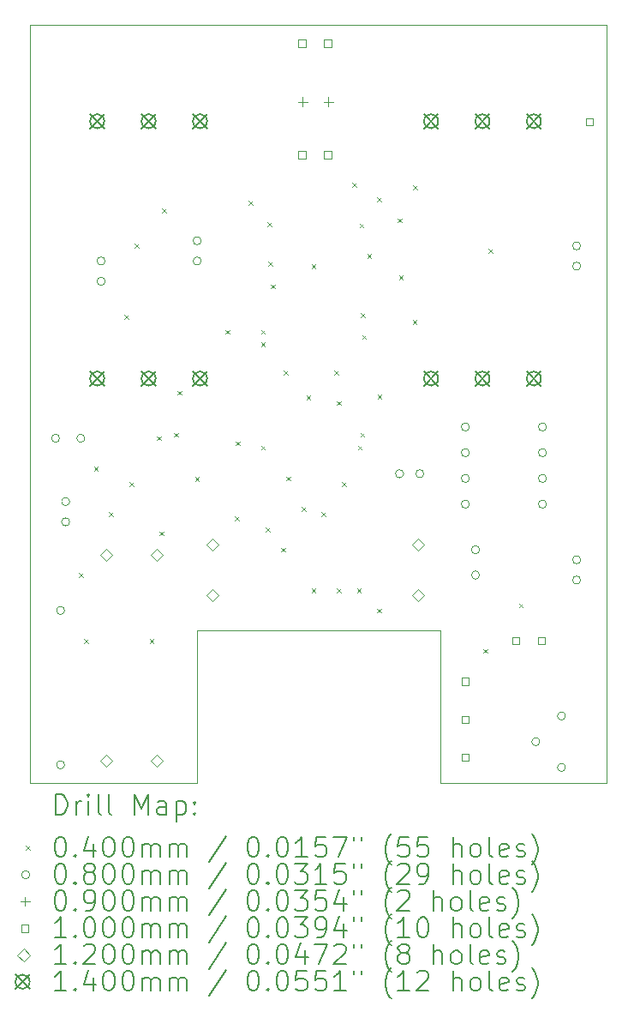
<source format=gbr>
%FSLAX45Y45*%
G04 Gerber Fmt 4.5, Leading zero omitted, Abs format (unit mm)*
G04 Created by KiCad (PCBNEW (6.0.4)) date 2022-04-21 02:31:55*
%MOMM*%
%LPD*%
G01*
G04 APERTURE LIST*
%TA.AperFunction,Profile*%
%ADD10C,0.100000*%
%TD*%
%ADD11C,0.200000*%
%ADD12C,0.040000*%
%ADD13C,0.080000*%
%ADD14C,0.090000*%
%ADD15C,0.100000*%
%ADD16C,0.120000*%
%ADD17C,0.140000*%
G04 APERTURE END LIST*
D10*
X5850000Y-9400000D02*
X3450000Y-9400000D01*
X1800000Y-10900000D02*
X1800000Y-3420000D01*
X7500000Y-3420000D02*
X7500000Y-10900000D01*
X1800000Y-3420000D02*
X7500000Y-3420000D01*
X1800000Y-10900000D02*
X3450000Y-10900000D01*
X3450000Y-10900000D02*
X3450000Y-9400000D01*
X5850000Y-10900000D02*
X5850000Y-9400000D01*
X7500000Y-10900000D02*
X5850000Y-10900000D01*
D11*
D12*
X2280000Y-8830000D02*
X2320000Y-8870000D01*
X2320000Y-8830000D02*
X2280000Y-8870000D01*
X2330000Y-9480000D02*
X2370000Y-9520000D01*
X2370000Y-9480000D02*
X2330000Y-9520000D01*
X2430000Y-7780000D02*
X2470000Y-7820000D01*
X2470000Y-7780000D02*
X2430000Y-7820000D01*
X2580000Y-8230000D02*
X2620000Y-8270000D01*
X2620000Y-8230000D02*
X2580000Y-8270000D01*
X2730000Y-6280000D02*
X2770000Y-6320000D01*
X2770000Y-6280000D02*
X2730000Y-6320000D01*
X2780000Y-7930000D02*
X2820000Y-7970000D01*
X2820000Y-7930000D02*
X2780000Y-7970000D01*
X2830000Y-5580000D02*
X2870000Y-5620000D01*
X2870000Y-5580000D02*
X2830000Y-5620000D01*
X2980000Y-9480000D02*
X3020000Y-9520000D01*
X3020000Y-9480000D02*
X2980000Y-9520000D01*
X3050000Y-7480000D02*
X3090000Y-7520000D01*
X3090000Y-7480000D02*
X3050000Y-7520000D01*
X3080000Y-8420000D02*
X3120000Y-8460000D01*
X3120000Y-8420000D02*
X3080000Y-8460000D01*
X3105000Y-5230000D02*
X3145000Y-5270000D01*
X3145000Y-5230000D02*
X3105000Y-5270000D01*
X3220000Y-7445912D02*
X3260000Y-7485912D01*
X3260000Y-7445912D02*
X3220000Y-7485912D01*
X3255000Y-7030000D02*
X3295000Y-7070000D01*
X3295000Y-7030000D02*
X3255000Y-7070000D01*
X3430000Y-7880000D02*
X3470000Y-7920000D01*
X3470000Y-7880000D02*
X3430000Y-7920000D01*
X3730000Y-6430000D02*
X3770000Y-6470000D01*
X3770000Y-6430000D02*
X3730000Y-6470000D01*
X3819954Y-8269954D02*
X3859954Y-8309954D01*
X3859954Y-8269954D02*
X3819954Y-8309954D01*
X3830000Y-7530000D02*
X3870000Y-7570000D01*
X3870000Y-7530000D02*
X3830000Y-7570000D01*
X3955000Y-5155000D02*
X3995000Y-5195000D01*
X3995000Y-5155000D02*
X3955000Y-5195000D01*
X4080000Y-6430000D02*
X4120000Y-6470000D01*
X4120000Y-6430000D02*
X4080000Y-6470000D01*
X4080000Y-6555000D02*
X4120000Y-6595000D01*
X4120000Y-6555000D02*
X4080000Y-6595000D01*
X4080000Y-7573500D02*
X4120000Y-7613500D01*
X4120000Y-7573500D02*
X4080000Y-7613500D01*
X4130000Y-8380000D02*
X4170000Y-8420000D01*
X4170000Y-8380000D02*
X4130000Y-8420000D01*
X4143500Y-5366500D02*
X4183500Y-5406500D01*
X4183500Y-5366500D02*
X4143500Y-5406500D01*
X4155000Y-5755000D02*
X4195000Y-5795000D01*
X4195000Y-5755000D02*
X4155000Y-5795000D01*
X4180000Y-5980000D02*
X4220000Y-6020000D01*
X4220000Y-5980000D02*
X4180000Y-6020000D01*
X4280000Y-8580000D02*
X4320000Y-8620000D01*
X4320000Y-8580000D02*
X4280000Y-8620000D01*
X4305000Y-6830000D02*
X4345000Y-6870000D01*
X4345000Y-6830000D02*
X4305000Y-6870000D01*
X4332500Y-7877500D02*
X4372500Y-7917500D01*
X4372500Y-7877500D02*
X4332500Y-7917500D01*
X4480000Y-8180000D02*
X4520000Y-8220000D01*
X4520000Y-8180000D02*
X4480000Y-8220000D01*
X4530000Y-7080000D02*
X4570000Y-7120000D01*
X4570000Y-7080000D02*
X4530000Y-7120000D01*
X4580000Y-5780000D02*
X4620000Y-5820000D01*
X4620000Y-5780000D02*
X4580000Y-5820000D01*
X4580000Y-8980000D02*
X4620000Y-9020000D01*
X4620000Y-8980000D02*
X4580000Y-9020000D01*
X4680000Y-8230000D02*
X4720000Y-8270000D01*
X4720000Y-8230000D02*
X4680000Y-8270000D01*
X4805000Y-6830000D02*
X4845000Y-6870000D01*
X4845000Y-6830000D02*
X4805000Y-6870000D01*
X4827500Y-7132500D02*
X4867500Y-7172500D01*
X4867500Y-7132500D02*
X4827500Y-7172500D01*
X4830000Y-8980000D02*
X4870000Y-9020000D01*
X4870000Y-8980000D02*
X4830000Y-9020000D01*
X4880000Y-7930000D02*
X4920000Y-7970000D01*
X4920000Y-7930000D02*
X4880000Y-7970000D01*
X4980000Y-4980000D02*
X5020000Y-5020000D01*
X5020000Y-4980000D02*
X4980000Y-5020000D01*
X5030000Y-8980000D02*
X5070000Y-9020000D01*
X5070000Y-8980000D02*
X5030000Y-9020000D01*
X5036500Y-7573500D02*
X5076500Y-7613500D01*
X5076500Y-7573500D02*
X5036500Y-7613500D01*
X5055000Y-5380000D02*
X5095000Y-5420000D01*
X5095000Y-5380000D02*
X5055000Y-5420000D01*
X5063500Y-7446500D02*
X5103500Y-7486500D01*
X5103500Y-7446500D02*
X5063500Y-7486500D01*
X5065084Y-6265084D02*
X5105084Y-6305084D01*
X5105084Y-6265084D02*
X5065084Y-6305084D01*
X5080000Y-6480000D02*
X5120000Y-6520000D01*
X5120000Y-6480000D02*
X5080000Y-6520000D01*
X5130000Y-5680000D02*
X5170000Y-5720000D01*
X5170000Y-5680000D02*
X5130000Y-5720000D01*
X5227500Y-9182500D02*
X5267500Y-9222500D01*
X5267500Y-9182500D02*
X5227500Y-9222500D01*
X5230000Y-5120000D02*
X5270000Y-5160000D01*
X5270000Y-5120000D02*
X5230000Y-5160000D01*
X5232951Y-7067499D02*
X5272951Y-7107499D01*
X5272951Y-7067499D02*
X5232951Y-7107499D01*
X5430000Y-5330000D02*
X5470000Y-5370000D01*
X5470000Y-5330000D02*
X5430000Y-5370000D01*
X5444836Y-5895164D02*
X5484836Y-5935164D01*
X5484836Y-5895164D02*
X5444836Y-5935164D01*
X5580000Y-6330000D02*
X5620000Y-6370000D01*
X5620000Y-6330000D02*
X5580000Y-6370000D01*
X5585000Y-5005000D02*
X5625000Y-5045000D01*
X5625000Y-5005000D02*
X5585000Y-5045000D01*
X6280000Y-9580000D02*
X6320000Y-9620000D01*
X6320000Y-9580000D02*
X6280000Y-9620000D01*
X6330000Y-5630000D02*
X6370000Y-5670000D01*
X6370000Y-5630000D02*
X6330000Y-5670000D01*
X6630000Y-9130000D02*
X6670000Y-9170000D01*
X6670000Y-9130000D02*
X6630000Y-9170000D01*
D13*
X2090000Y-7500000D02*
G75*
G03*
X2090000Y-7500000I-40000J0D01*
G01*
X2140000Y-9200000D02*
G75*
G03*
X2140000Y-9200000I-40000J0D01*
G01*
X2140000Y-10724000D02*
G75*
G03*
X2140000Y-10724000I-40000J0D01*
G01*
X2190000Y-8125000D02*
G75*
G03*
X2190000Y-8125000I-40000J0D01*
G01*
X2190000Y-8325000D02*
G75*
G03*
X2190000Y-8325000I-40000J0D01*
G01*
X2340000Y-7500000D02*
G75*
G03*
X2340000Y-7500000I-40000J0D01*
G01*
X2540000Y-5750000D02*
G75*
G03*
X2540000Y-5750000I-40000J0D01*
G01*
X2540000Y-5950000D02*
G75*
G03*
X2540000Y-5950000I-40000J0D01*
G01*
X3490000Y-5550000D02*
G75*
G03*
X3490000Y-5550000I-40000J0D01*
G01*
X3490000Y-5750000D02*
G75*
G03*
X3490000Y-5750000I-40000J0D01*
G01*
X5490000Y-7850000D02*
G75*
G03*
X5490000Y-7850000I-40000J0D01*
G01*
X5690000Y-7850000D02*
G75*
G03*
X5690000Y-7850000I-40000J0D01*
G01*
X6140000Y-7388000D02*
G75*
G03*
X6140000Y-7388000I-40000J0D01*
G01*
X6140000Y-7642000D02*
G75*
G03*
X6140000Y-7642000I-40000J0D01*
G01*
X6140000Y-7896000D02*
G75*
G03*
X6140000Y-7896000I-40000J0D01*
G01*
X6140000Y-8150000D02*
G75*
G03*
X6140000Y-8150000I-40000J0D01*
G01*
X6240000Y-8600000D02*
G75*
G03*
X6240000Y-8600000I-40000J0D01*
G01*
X6240000Y-8850000D02*
G75*
G03*
X6240000Y-8850000I-40000J0D01*
G01*
X6836000Y-10496000D02*
G75*
G03*
X6836000Y-10496000I-40000J0D01*
G01*
X6902000Y-7388000D02*
G75*
G03*
X6902000Y-7388000I-40000J0D01*
G01*
X6902000Y-7642000D02*
G75*
G03*
X6902000Y-7642000I-40000J0D01*
G01*
X6902000Y-7896000D02*
G75*
G03*
X6902000Y-7896000I-40000J0D01*
G01*
X6902000Y-8150000D02*
G75*
G03*
X6902000Y-8150000I-40000J0D01*
G01*
X7090000Y-10242000D02*
G75*
G03*
X7090000Y-10242000I-40000J0D01*
G01*
X7090000Y-10750000D02*
G75*
G03*
X7090000Y-10750000I-40000J0D01*
G01*
X7240000Y-5600000D02*
G75*
G03*
X7240000Y-5600000I-40000J0D01*
G01*
X7240000Y-5800000D02*
G75*
G03*
X7240000Y-5800000I-40000J0D01*
G01*
X7240000Y-8700000D02*
G75*
G03*
X7240000Y-8700000I-40000J0D01*
G01*
X7240000Y-8900000D02*
G75*
G03*
X7240000Y-8900000I-40000J0D01*
G01*
D14*
X4493000Y-4134000D02*
X4493000Y-4224000D01*
X4448000Y-4179000D02*
X4538000Y-4179000D01*
X4747000Y-4134000D02*
X4747000Y-4224000D01*
X4702000Y-4179000D02*
X4792000Y-4179000D01*
D15*
X4521356Y-3635356D02*
X4521356Y-3564644D01*
X4450644Y-3564644D01*
X4450644Y-3635356D01*
X4521356Y-3635356D01*
X4521356Y-4735356D02*
X4521356Y-4664644D01*
X4450644Y-4664644D01*
X4450644Y-4735356D01*
X4521356Y-4735356D01*
X4775356Y-3635356D02*
X4775356Y-3564644D01*
X4704644Y-3564644D01*
X4704644Y-3635356D01*
X4775356Y-3635356D01*
X4775356Y-4735356D02*
X4775356Y-4664644D01*
X4704644Y-4664644D01*
X4704644Y-4735356D01*
X4775356Y-4735356D01*
X6135356Y-9935356D02*
X6135356Y-9864644D01*
X6064644Y-9864644D01*
X6064644Y-9935356D01*
X6135356Y-9935356D01*
X6135356Y-10310356D02*
X6135356Y-10239644D01*
X6064644Y-10239644D01*
X6064644Y-10310356D01*
X6135356Y-10310356D01*
X6135356Y-10685356D02*
X6135356Y-10614644D01*
X6064644Y-10614644D01*
X6064644Y-10685356D01*
X6135356Y-10685356D01*
X6631356Y-9535356D02*
X6631356Y-9464644D01*
X6560644Y-9464644D01*
X6560644Y-9535356D01*
X6631356Y-9535356D01*
X6885356Y-9535356D02*
X6885356Y-9464644D01*
X6814644Y-9464644D01*
X6814644Y-9535356D01*
X6885356Y-9535356D01*
X7360356Y-4410356D02*
X7360356Y-4339644D01*
X7289644Y-4339644D01*
X7289644Y-4410356D01*
X7360356Y-4410356D01*
D16*
X2550000Y-8710000D02*
X2610000Y-8650000D01*
X2550000Y-8590000D01*
X2490000Y-8650000D01*
X2550000Y-8710000D01*
X2550000Y-10742000D02*
X2610000Y-10682000D01*
X2550000Y-10622000D01*
X2490000Y-10682000D01*
X2550000Y-10742000D01*
X3050000Y-8710000D02*
X3110000Y-8650000D01*
X3050000Y-8590000D01*
X2990000Y-8650000D01*
X3050000Y-8710000D01*
X3050000Y-10742000D02*
X3110000Y-10682000D01*
X3050000Y-10622000D01*
X2990000Y-10682000D01*
X3050000Y-10742000D01*
X3600000Y-8610000D02*
X3660000Y-8550000D01*
X3600000Y-8490000D01*
X3540000Y-8550000D01*
X3600000Y-8610000D01*
X3600000Y-9110000D02*
X3660000Y-9050000D01*
X3600000Y-8990000D01*
X3540000Y-9050000D01*
X3600000Y-9110000D01*
X5632000Y-8610000D02*
X5692000Y-8550000D01*
X5632000Y-8490000D01*
X5572000Y-8550000D01*
X5632000Y-8610000D01*
X5632000Y-9110000D02*
X5692000Y-9050000D01*
X5632000Y-8990000D01*
X5572000Y-9050000D01*
X5632000Y-9110000D01*
D17*
X2392000Y-4300000D02*
X2532000Y-4440000D01*
X2532000Y-4300000D02*
X2392000Y-4440000D01*
X2532000Y-4370000D02*
G75*
G03*
X2532000Y-4370000I-70000J0D01*
G01*
X2392000Y-6840000D02*
X2532000Y-6980000D01*
X2532000Y-6840000D02*
X2392000Y-6980000D01*
X2532000Y-6910000D02*
G75*
G03*
X2532000Y-6910000I-70000J0D01*
G01*
X2900000Y-4300000D02*
X3040000Y-4440000D01*
X3040000Y-4300000D02*
X2900000Y-4440000D01*
X3040000Y-4370000D02*
G75*
G03*
X3040000Y-4370000I-70000J0D01*
G01*
X2900000Y-6840000D02*
X3040000Y-6980000D01*
X3040000Y-6840000D02*
X2900000Y-6980000D01*
X3040000Y-6910000D02*
G75*
G03*
X3040000Y-6910000I-70000J0D01*
G01*
X3408000Y-4300000D02*
X3548000Y-4440000D01*
X3548000Y-4300000D02*
X3408000Y-4440000D01*
X3548000Y-4370000D02*
G75*
G03*
X3548000Y-4370000I-70000J0D01*
G01*
X3408000Y-6840000D02*
X3548000Y-6980000D01*
X3548000Y-6840000D02*
X3408000Y-6980000D01*
X3548000Y-6910000D02*
G75*
G03*
X3548000Y-6910000I-70000J0D01*
G01*
X5692000Y-4300000D02*
X5832000Y-4440000D01*
X5832000Y-4300000D02*
X5692000Y-4440000D01*
X5832000Y-4370000D02*
G75*
G03*
X5832000Y-4370000I-70000J0D01*
G01*
X5692000Y-6840000D02*
X5832000Y-6980000D01*
X5832000Y-6840000D02*
X5692000Y-6980000D01*
X5832000Y-6910000D02*
G75*
G03*
X5832000Y-6910000I-70000J0D01*
G01*
X6200000Y-4300000D02*
X6340000Y-4440000D01*
X6340000Y-4300000D02*
X6200000Y-4440000D01*
X6340000Y-4370000D02*
G75*
G03*
X6340000Y-4370000I-70000J0D01*
G01*
X6200000Y-6840000D02*
X6340000Y-6980000D01*
X6340000Y-6840000D02*
X6200000Y-6980000D01*
X6340000Y-6910000D02*
G75*
G03*
X6340000Y-6910000I-70000J0D01*
G01*
X6708000Y-4300000D02*
X6848000Y-4440000D01*
X6848000Y-4300000D02*
X6708000Y-4440000D01*
X6848000Y-4370000D02*
G75*
G03*
X6848000Y-4370000I-70000J0D01*
G01*
X6708000Y-6840000D02*
X6848000Y-6980000D01*
X6848000Y-6840000D02*
X6708000Y-6980000D01*
X6848000Y-6910000D02*
G75*
G03*
X6848000Y-6910000I-70000J0D01*
G01*
D11*
X2052619Y-11215476D02*
X2052619Y-11015476D01*
X2100238Y-11015476D01*
X2128810Y-11025000D01*
X2147857Y-11044048D01*
X2157381Y-11063095D01*
X2166905Y-11101190D01*
X2166905Y-11129762D01*
X2157381Y-11167857D01*
X2147857Y-11186905D01*
X2128810Y-11205952D01*
X2100238Y-11215476D01*
X2052619Y-11215476D01*
X2252619Y-11215476D02*
X2252619Y-11082143D01*
X2252619Y-11120238D02*
X2262143Y-11101190D01*
X2271667Y-11091667D01*
X2290714Y-11082143D01*
X2309762Y-11082143D01*
X2376429Y-11215476D02*
X2376429Y-11082143D01*
X2376429Y-11015476D02*
X2366905Y-11025000D01*
X2376429Y-11034524D01*
X2385952Y-11025000D01*
X2376429Y-11015476D01*
X2376429Y-11034524D01*
X2500238Y-11215476D02*
X2481190Y-11205952D01*
X2471667Y-11186905D01*
X2471667Y-11015476D01*
X2605000Y-11215476D02*
X2585952Y-11205952D01*
X2576429Y-11186905D01*
X2576429Y-11015476D01*
X2833571Y-11215476D02*
X2833571Y-11015476D01*
X2900238Y-11158333D01*
X2966905Y-11015476D01*
X2966905Y-11215476D01*
X3147857Y-11215476D02*
X3147857Y-11110714D01*
X3138333Y-11091667D01*
X3119286Y-11082143D01*
X3081190Y-11082143D01*
X3062143Y-11091667D01*
X3147857Y-11205952D02*
X3128809Y-11215476D01*
X3081190Y-11215476D01*
X3062143Y-11205952D01*
X3052619Y-11186905D01*
X3052619Y-11167857D01*
X3062143Y-11148810D01*
X3081190Y-11139286D01*
X3128809Y-11139286D01*
X3147857Y-11129762D01*
X3243095Y-11082143D02*
X3243095Y-11282143D01*
X3243095Y-11091667D02*
X3262143Y-11082143D01*
X3300238Y-11082143D01*
X3319286Y-11091667D01*
X3328809Y-11101190D01*
X3338333Y-11120238D01*
X3338333Y-11177381D01*
X3328809Y-11196428D01*
X3319286Y-11205952D01*
X3300238Y-11215476D01*
X3262143Y-11215476D01*
X3243095Y-11205952D01*
X3424048Y-11196428D02*
X3433571Y-11205952D01*
X3424048Y-11215476D01*
X3414524Y-11205952D01*
X3424048Y-11196428D01*
X3424048Y-11215476D01*
X3424048Y-11091667D02*
X3433571Y-11101190D01*
X3424048Y-11110714D01*
X3414524Y-11101190D01*
X3424048Y-11091667D01*
X3424048Y-11110714D01*
D12*
X1755000Y-11525000D02*
X1795000Y-11565000D01*
X1795000Y-11525000D02*
X1755000Y-11565000D01*
D11*
X2090714Y-11435476D02*
X2109762Y-11435476D01*
X2128810Y-11445000D01*
X2138333Y-11454524D01*
X2147857Y-11473571D01*
X2157381Y-11511667D01*
X2157381Y-11559286D01*
X2147857Y-11597381D01*
X2138333Y-11616428D01*
X2128810Y-11625952D01*
X2109762Y-11635476D01*
X2090714Y-11635476D01*
X2071667Y-11625952D01*
X2062143Y-11616428D01*
X2052619Y-11597381D01*
X2043095Y-11559286D01*
X2043095Y-11511667D01*
X2052619Y-11473571D01*
X2062143Y-11454524D01*
X2071667Y-11445000D01*
X2090714Y-11435476D01*
X2243095Y-11616428D02*
X2252619Y-11625952D01*
X2243095Y-11635476D01*
X2233571Y-11625952D01*
X2243095Y-11616428D01*
X2243095Y-11635476D01*
X2424048Y-11502143D02*
X2424048Y-11635476D01*
X2376429Y-11425952D02*
X2328810Y-11568809D01*
X2452619Y-11568809D01*
X2566905Y-11435476D02*
X2585952Y-11435476D01*
X2605000Y-11445000D01*
X2614524Y-11454524D01*
X2624048Y-11473571D01*
X2633571Y-11511667D01*
X2633571Y-11559286D01*
X2624048Y-11597381D01*
X2614524Y-11616428D01*
X2605000Y-11625952D01*
X2585952Y-11635476D01*
X2566905Y-11635476D01*
X2547857Y-11625952D01*
X2538333Y-11616428D01*
X2528810Y-11597381D01*
X2519286Y-11559286D01*
X2519286Y-11511667D01*
X2528810Y-11473571D01*
X2538333Y-11454524D01*
X2547857Y-11445000D01*
X2566905Y-11435476D01*
X2757381Y-11435476D02*
X2776429Y-11435476D01*
X2795476Y-11445000D01*
X2805000Y-11454524D01*
X2814524Y-11473571D01*
X2824048Y-11511667D01*
X2824048Y-11559286D01*
X2814524Y-11597381D01*
X2805000Y-11616428D01*
X2795476Y-11625952D01*
X2776429Y-11635476D01*
X2757381Y-11635476D01*
X2738333Y-11625952D01*
X2728810Y-11616428D01*
X2719286Y-11597381D01*
X2709762Y-11559286D01*
X2709762Y-11511667D01*
X2719286Y-11473571D01*
X2728810Y-11454524D01*
X2738333Y-11445000D01*
X2757381Y-11435476D01*
X2909762Y-11635476D02*
X2909762Y-11502143D01*
X2909762Y-11521190D02*
X2919286Y-11511667D01*
X2938333Y-11502143D01*
X2966905Y-11502143D01*
X2985952Y-11511667D01*
X2995476Y-11530714D01*
X2995476Y-11635476D01*
X2995476Y-11530714D02*
X3005000Y-11511667D01*
X3024048Y-11502143D01*
X3052619Y-11502143D01*
X3071667Y-11511667D01*
X3081190Y-11530714D01*
X3081190Y-11635476D01*
X3176428Y-11635476D02*
X3176428Y-11502143D01*
X3176428Y-11521190D02*
X3185952Y-11511667D01*
X3205000Y-11502143D01*
X3233571Y-11502143D01*
X3252619Y-11511667D01*
X3262143Y-11530714D01*
X3262143Y-11635476D01*
X3262143Y-11530714D02*
X3271667Y-11511667D01*
X3290714Y-11502143D01*
X3319286Y-11502143D01*
X3338333Y-11511667D01*
X3347857Y-11530714D01*
X3347857Y-11635476D01*
X3738333Y-11425952D02*
X3566905Y-11683095D01*
X3995476Y-11435476D02*
X4014524Y-11435476D01*
X4033571Y-11445000D01*
X4043095Y-11454524D01*
X4052619Y-11473571D01*
X4062143Y-11511667D01*
X4062143Y-11559286D01*
X4052619Y-11597381D01*
X4043095Y-11616428D01*
X4033571Y-11625952D01*
X4014524Y-11635476D01*
X3995476Y-11635476D01*
X3976428Y-11625952D01*
X3966905Y-11616428D01*
X3957381Y-11597381D01*
X3947857Y-11559286D01*
X3947857Y-11511667D01*
X3957381Y-11473571D01*
X3966905Y-11454524D01*
X3976428Y-11445000D01*
X3995476Y-11435476D01*
X4147857Y-11616428D02*
X4157381Y-11625952D01*
X4147857Y-11635476D01*
X4138333Y-11625952D01*
X4147857Y-11616428D01*
X4147857Y-11635476D01*
X4281190Y-11435476D02*
X4300238Y-11435476D01*
X4319286Y-11445000D01*
X4328810Y-11454524D01*
X4338333Y-11473571D01*
X4347857Y-11511667D01*
X4347857Y-11559286D01*
X4338333Y-11597381D01*
X4328810Y-11616428D01*
X4319286Y-11625952D01*
X4300238Y-11635476D01*
X4281190Y-11635476D01*
X4262143Y-11625952D01*
X4252619Y-11616428D01*
X4243095Y-11597381D01*
X4233571Y-11559286D01*
X4233571Y-11511667D01*
X4243095Y-11473571D01*
X4252619Y-11454524D01*
X4262143Y-11445000D01*
X4281190Y-11435476D01*
X4538333Y-11635476D02*
X4424048Y-11635476D01*
X4481190Y-11635476D02*
X4481190Y-11435476D01*
X4462143Y-11464048D01*
X4443095Y-11483095D01*
X4424048Y-11492619D01*
X4719286Y-11435476D02*
X4624048Y-11435476D01*
X4614524Y-11530714D01*
X4624048Y-11521190D01*
X4643095Y-11511667D01*
X4690714Y-11511667D01*
X4709762Y-11521190D01*
X4719286Y-11530714D01*
X4728810Y-11549762D01*
X4728810Y-11597381D01*
X4719286Y-11616428D01*
X4709762Y-11625952D01*
X4690714Y-11635476D01*
X4643095Y-11635476D01*
X4624048Y-11625952D01*
X4614524Y-11616428D01*
X4795476Y-11435476D02*
X4928810Y-11435476D01*
X4843095Y-11635476D01*
X4995476Y-11435476D02*
X4995476Y-11473571D01*
X5071667Y-11435476D02*
X5071667Y-11473571D01*
X5366905Y-11711667D02*
X5357381Y-11702143D01*
X5338333Y-11673571D01*
X5328810Y-11654524D01*
X5319286Y-11625952D01*
X5309762Y-11578333D01*
X5309762Y-11540238D01*
X5319286Y-11492619D01*
X5328810Y-11464048D01*
X5338333Y-11445000D01*
X5357381Y-11416428D01*
X5366905Y-11406905D01*
X5538333Y-11435476D02*
X5443095Y-11435476D01*
X5433571Y-11530714D01*
X5443095Y-11521190D01*
X5462143Y-11511667D01*
X5509762Y-11511667D01*
X5528810Y-11521190D01*
X5538333Y-11530714D01*
X5547857Y-11549762D01*
X5547857Y-11597381D01*
X5538333Y-11616428D01*
X5528810Y-11625952D01*
X5509762Y-11635476D01*
X5462143Y-11635476D01*
X5443095Y-11625952D01*
X5433571Y-11616428D01*
X5728809Y-11435476D02*
X5633571Y-11435476D01*
X5624048Y-11530714D01*
X5633571Y-11521190D01*
X5652619Y-11511667D01*
X5700238Y-11511667D01*
X5719286Y-11521190D01*
X5728809Y-11530714D01*
X5738333Y-11549762D01*
X5738333Y-11597381D01*
X5728809Y-11616428D01*
X5719286Y-11625952D01*
X5700238Y-11635476D01*
X5652619Y-11635476D01*
X5633571Y-11625952D01*
X5624048Y-11616428D01*
X5976428Y-11635476D02*
X5976428Y-11435476D01*
X6062143Y-11635476D02*
X6062143Y-11530714D01*
X6052619Y-11511667D01*
X6033571Y-11502143D01*
X6005000Y-11502143D01*
X5985952Y-11511667D01*
X5976428Y-11521190D01*
X6185952Y-11635476D02*
X6166905Y-11625952D01*
X6157381Y-11616428D01*
X6147857Y-11597381D01*
X6147857Y-11540238D01*
X6157381Y-11521190D01*
X6166905Y-11511667D01*
X6185952Y-11502143D01*
X6214524Y-11502143D01*
X6233571Y-11511667D01*
X6243095Y-11521190D01*
X6252619Y-11540238D01*
X6252619Y-11597381D01*
X6243095Y-11616428D01*
X6233571Y-11625952D01*
X6214524Y-11635476D01*
X6185952Y-11635476D01*
X6366905Y-11635476D02*
X6347857Y-11625952D01*
X6338333Y-11606905D01*
X6338333Y-11435476D01*
X6519286Y-11625952D02*
X6500238Y-11635476D01*
X6462143Y-11635476D01*
X6443095Y-11625952D01*
X6433571Y-11606905D01*
X6433571Y-11530714D01*
X6443095Y-11511667D01*
X6462143Y-11502143D01*
X6500238Y-11502143D01*
X6519286Y-11511667D01*
X6528809Y-11530714D01*
X6528809Y-11549762D01*
X6433571Y-11568809D01*
X6605000Y-11625952D02*
X6624048Y-11635476D01*
X6662143Y-11635476D01*
X6681190Y-11625952D01*
X6690714Y-11606905D01*
X6690714Y-11597381D01*
X6681190Y-11578333D01*
X6662143Y-11568809D01*
X6633571Y-11568809D01*
X6614524Y-11559286D01*
X6605000Y-11540238D01*
X6605000Y-11530714D01*
X6614524Y-11511667D01*
X6633571Y-11502143D01*
X6662143Y-11502143D01*
X6681190Y-11511667D01*
X6757381Y-11711667D02*
X6766905Y-11702143D01*
X6785952Y-11673571D01*
X6795476Y-11654524D01*
X6805000Y-11625952D01*
X6814524Y-11578333D01*
X6814524Y-11540238D01*
X6805000Y-11492619D01*
X6795476Y-11464048D01*
X6785952Y-11445000D01*
X6766905Y-11416428D01*
X6757381Y-11406905D01*
D13*
X1795000Y-11809000D02*
G75*
G03*
X1795000Y-11809000I-40000J0D01*
G01*
D11*
X2090714Y-11699476D02*
X2109762Y-11699476D01*
X2128810Y-11709000D01*
X2138333Y-11718524D01*
X2147857Y-11737571D01*
X2157381Y-11775667D01*
X2157381Y-11823286D01*
X2147857Y-11861381D01*
X2138333Y-11880428D01*
X2128810Y-11889952D01*
X2109762Y-11899476D01*
X2090714Y-11899476D01*
X2071667Y-11889952D01*
X2062143Y-11880428D01*
X2052619Y-11861381D01*
X2043095Y-11823286D01*
X2043095Y-11775667D01*
X2052619Y-11737571D01*
X2062143Y-11718524D01*
X2071667Y-11709000D01*
X2090714Y-11699476D01*
X2243095Y-11880428D02*
X2252619Y-11889952D01*
X2243095Y-11899476D01*
X2233571Y-11889952D01*
X2243095Y-11880428D01*
X2243095Y-11899476D01*
X2366905Y-11785190D02*
X2347857Y-11775667D01*
X2338333Y-11766143D01*
X2328810Y-11747095D01*
X2328810Y-11737571D01*
X2338333Y-11718524D01*
X2347857Y-11709000D01*
X2366905Y-11699476D01*
X2405000Y-11699476D01*
X2424048Y-11709000D01*
X2433571Y-11718524D01*
X2443095Y-11737571D01*
X2443095Y-11747095D01*
X2433571Y-11766143D01*
X2424048Y-11775667D01*
X2405000Y-11785190D01*
X2366905Y-11785190D01*
X2347857Y-11794714D01*
X2338333Y-11804238D01*
X2328810Y-11823286D01*
X2328810Y-11861381D01*
X2338333Y-11880428D01*
X2347857Y-11889952D01*
X2366905Y-11899476D01*
X2405000Y-11899476D01*
X2424048Y-11889952D01*
X2433571Y-11880428D01*
X2443095Y-11861381D01*
X2443095Y-11823286D01*
X2433571Y-11804238D01*
X2424048Y-11794714D01*
X2405000Y-11785190D01*
X2566905Y-11699476D02*
X2585952Y-11699476D01*
X2605000Y-11709000D01*
X2614524Y-11718524D01*
X2624048Y-11737571D01*
X2633571Y-11775667D01*
X2633571Y-11823286D01*
X2624048Y-11861381D01*
X2614524Y-11880428D01*
X2605000Y-11889952D01*
X2585952Y-11899476D01*
X2566905Y-11899476D01*
X2547857Y-11889952D01*
X2538333Y-11880428D01*
X2528810Y-11861381D01*
X2519286Y-11823286D01*
X2519286Y-11775667D01*
X2528810Y-11737571D01*
X2538333Y-11718524D01*
X2547857Y-11709000D01*
X2566905Y-11699476D01*
X2757381Y-11699476D02*
X2776429Y-11699476D01*
X2795476Y-11709000D01*
X2805000Y-11718524D01*
X2814524Y-11737571D01*
X2824048Y-11775667D01*
X2824048Y-11823286D01*
X2814524Y-11861381D01*
X2805000Y-11880428D01*
X2795476Y-11889952D01*
X2776429Y-11899476D01*
X2757381Y-11899476D01*
X2738333Y-11889952D01*
X2728810Y-11880428D01*
X2719286Y-11861381D01*
X2709762Y-11823286D01*
X2709762Y-11775667D01*
X2719286Y-11737571D01*
X2728810Y-11718524D01*
X2738333Y-11709000D01*
X2757381Y-11699476D01*
X2909762Y-11899476D02*
X2909762Y-11766143D01*
X2909762Y-11785190D02*
X2919286Y-11775667D01*
X2938333Y-11766143D01*
X2966905Y-11766143D01*
X2985952Y-11775667D01*
X2995476Y-11794714D01*
X2995476Y-11899476D01*
X2995476Y-11794714D02*
X3005000Y-11775667D01*
X3024048Y-11766143D01*
X3052619Y-11766143D01*
X3071667Y-11775667D01*
X3081190Y-11794714D01*
X3081190Y-11899476D01*
X3176428Y-11899476D02*
X3176428Y-11766143D01*
X3176428Y-11785190D02*
X3185952Y-11775667D01*
X3205000Y-11766143D01*
X3233571Y-11766143D01*
X3252619Y-11775667D01*
X3262143Y-11794714D01*
X3262143Y-11899476D01*
X3262143Y-11794714D02*
X3271667Y-11775667D01*
X3290714Y-11766143D01*
X3319286Y-11766143D01*
X3338333Y-11775667D01*
X3347857Y-11794714D01*
X3347857Y-11899476D01*
X3738333Y-11689952D02*
X3566905Y-11947095D01*
X3995476Y-11699476D02*
X4014524Y-11699476D01*
X4033571Y-11709000D01*
X4043095Y-11718524D01*
X4052619Y-11737571D01*
X4062143Y-11775667D01*
X4062143Y-11823286D01*
X4052619Y-11861381D01*
X4043095Y-11880428D01*
X4033571Y-11889952D01*
X4014524Y-11899476D01*
X3995476Y-11899476D01*
X3976428Y-11889952D01*
X3966905Y-11880428D01*
X3957381Y-11861381D01*
X3947857Y-11823286D01*
X3947857Y-11775667D01*
X3957381Y-11737571D01*
X3966905Y-11718524D01*
X3976428Y-11709000D01*
X3995476Y-11699476D01*
X4147857Y-11880428D02*
X4157381Y-11889952D01*
X4147857Y-11899476D01*
X4138333Y-11889952D01*
X4147857Y-11880428D01*
X4147857Y-11899476D01*
X4281190Y-11699476D02*
X4300238Y-11699476D01*
X4319286Y-11709000D01*
X4328810Y-11718524D01*
X4338333Y-11737571D01*
X4347857Y-11775667D01*
X4347857Y-11823286D01*
X4338333Y-11861381D01*
X4328810Y-11880428D01*
X4319286Y-11889952D01*
X4300238Y-11899476D01*
X4281190Y-11899476D01*
X4262143Y-11889952D01*
X4252619Y-11880428D01*
X4243095Y-11861381D01*
X4233571Y-11823286D01*
X4233571Y-11775667D01*
X4243095Y-11737571D01*
X4252619Y-11718524D01*
X4262143Y-11709000D01*
X4281190Y-11699476D01*
X4414524Y-11699476D02*
X4538333Y-11699476D01*
X4471667Y-11775667D01*
X4500238Y-11775667D01*
X4519286Y-11785190D01*
X4528810Y-11794714D01*
X4538333Y-11813762D01*
X4538333Y-11861381D01*
X4528810Y-11880428D01*
X4519286Y-11889952D01*
X4500238Y-11899476D01*
X4443095Y-11899476D01*
X4424048Y-11889952D01*
X4414524Y-11880428D01*
X4728810Y-11899476D02*
X4614524Y-11899476D01*
X4671667Y-11899476D02*
X4671667Y-11699476D01*
X4652619Y-11728048D01*
X4633571Y-11747095D01*
X4614524Y-11756619D01*
X4909762Y-11699476D02*
X4814524Y-11699476D01*
X4805000Y-11794714D01*
X4814524Y-11785190D01*
X4833571Y-11775667D01*
X4881190Y-11775667D01*
X4900238Y-11785190D01*
X4909762Y-11794714D01*
X4919286Y-11813762D01*
X4919286Y-11861381D01*
X4909762Y-11880428D01*
X4900238Y-11889952D01*
X4881190Y-11899476D01*
X4833571Y-11899476D01*
X4814524Y-11889952D01*
X4805000Y-11880428D01*
X4995476Y-11699476D02*
X4995476Y-11737571D01*
X5071667Y-11699476D02*
X5071667Y-11737571D01*
X5366905Y-11975667D02*
X5357381Y-11966143D01*
X5338333Y-11937571D01*
X5328810Y-11918524D01*
X5319286Y-11889952D01*
X5309762Y-11842333D01*
X5309762Y-11804238D01*
X5319286Y-11756619D01*
X5328810Y-11728048D01*
X5338333Y-11709000D01*
X5357381Y-11680428D01*
X5366905Y-11670905D01*
X5433571Y-11718524D02*
X5443095Y-11709000D01*
X5462143Y-11699476D01*
X5509762Y-11699476D01*
X5528810Y-11709000D01*
X5538333Y-11718524D01*
X5547857Y-11737571D01*
X5547857Y-11756619D01*
X5538333Y-11785190D01*
X5424048Y-11899476D01*
X5547857Y-11899476D01*
X5643095Y-11899476D02*
X5681190Y-11899476D01*
X5700238Y-11889952D01*
X5709762Y-11880428D01*
X5728809Y-11851857D01*
X5738333Y-11813762D01*
X5738333Y-11737571D01*
X5728809Y-11718524D01*
X5719286Y-11709000D01*
X5700238Y-11699476D01*
X5662143Y-11699476D01*
X5643095Y-11709000D01*
X5633571Y-11718524D01*
X5624048Y-11737571D01*
X5624048Y-11785190D01*
X5633571Y-11804238D01*
X5643095Y-11813762D01*
X5662143Y-11823286D01*
X5700238Y-11823286D01*
X5719286Y-11813762D01*
X5728809Y-11804238D01*
X5738333Y-11785190D01*
X5976428Y-11899476D02*
X5976428Y-11699476D01*
X6062143Y-11899476D02*
X6062143Y-11794714D01*
X6052619Y-11775667D01*
X6033571Y-11766143D01*
X6005000Y-11766143D01*
X5985952Y-11775667D01*
X5976428Y-11785190D01*
X6185952Y-11899476D02*
X6166905Y-11889952D01*
X6157381Y-11880428D01*
X6147857Y-11861381D01*
X6147857Y-11804238D01*
X6157381Y-11785190D01*
X6166905Y-11775667D01*
X6185952Y-11766143D01*
X6214524Y-11766143D01*
X6233571Y-11775667D01*
X6243095Y-11785190D01*
X6252619Y-11804238D01*
X6252619Y-11861381D01*
X6243095Y-11880428D01*
X6233571Y-11889952D01*
X6214524Y-11899476D01*
X6185952Y-11899476D01*
X6366905Y-11899476D02*
X6347857Y-11889952D01*
X6338333Y-11870905D01*
X6338333Y-11699476D01*
X6519286Y-11889952D02*
X6500238Y-11899476D01*
X6462143Y-11899476D01*
X6443095Y-11889952D01*
X6433571Y-11870905D01*
X6433571Y-11794714D01*
X6443095Y-11775667D01*
X6462143Y-11766143D01*
X6500238Y-11766143D01*
X6519286Y-11775667D01*
X6528809Y-11794714D01*
X6528809Y-11813762D01*
X6433571Y-11832809D01*
X6605000Y-11889952D02*
X6624048Y-11899476D01*
X6662143Y-11899476D01*
X6681190Y-11889952D01*
X6690714Y-11870905D01*
X6690714Y-11861381D01*
X6681190Y-11842333D01*
X6662143Y-11832809D01*
X6633571Y-11832809D01*
X6614524Y-11823286D01*
X6605000Y-11804238D01*
X6605000Y-11794714D01*
X6614524Y-11775667D01*
X6633571Y-11766143D01*
X6662143Y-11766143D01*
X6681190Y-11775667D01*
X6757381Y-11975667D02*
X6766905Y-11966143D01*
X6785952Y-11937571D01*
X6795476Y-11918524D01*
X6805000Y-11889952D01*
X6814524Y-11842333D01*
X6814524Y-11804238D01*
X6805000Y-11756619D01*
X6795476Y-11728048D01*
X6785952Y-11709000D01*
X6766905Y-11680428D01*
X6757381Y-11670905D01*
D14*
X1750000Y-12028000D02*
X1750000Y-12118000D01*
X1705000Y-12073000D02*
X1795000Y-12073000D01*
D11*
X2090714Y-11963476D02*
X2109762Y-11963476D01*
X2128810Y-11973000D01*
X2138333Y-11982524D01*
X2147857Y-12001571D01*
X2157381Y-12039667D01*
X2157381Y-12087286D01*
X2147857Y-12125381D01*
X2138333Y-12144428D01*
X2128810Y-12153952D01*
X2109762Y-12163476D01*
X2090714Y-12163476D01*
X2071667Y-12153952D01*
X2062143Y-12144428D01*
X2052619Y-12125381D01*
X2043095Y-12087286D01*
X2043095Y-12039667D01*
X2052619Y-12001571D01*
X2062143Y-11982524D01*
X2071667Y-11973000D01*
X2090714Y-11963476D01*
X2243095Y-12144428D02*
X2252619Y-12153952D01*
X2243095Y-12163476D01*
X2233571Y-12153952D01*
X2243095Y-12144428D01*
X2243095Y-12163476D01*
X2347857Y-12163476D02*
X2385952Y-12163476D01*
X2405000Y-12153952D01*
X2414524Y-12144428D01*
X2433571Y-12115857D01*
X2443095Y-12077762D01*
X2443095Y-12001571D01*
X2433571Y-11982524D01*
X2424048Y-11973000D01*
X2405000Y-11963476D01*
X2366905Y-11963476D01*
X2347857Y-11973000D01*
X2338333Y-11982524D01*
X2328810Y-12001571D01*
X2328810Y-12049190D01*
X2338333Y-12068238D01*
X2347857Y-12077762D01*
X2366905Y-12087286D01*
X2405000Y-12087286D01*
X2424048Y-12077762D01*
X2433571Y-12068238D01*
X2443095Y-12049190D01*
X2566905Y-11963476D02*
X2585952Y-11963476D01*
X2605000Y-11973000D01*
X2614524Y-11982524D01*
X2624048Y-12001571D01*
X2633571Y-12039667D01*
X2633571Y-12087286D01*
X2624048Y-12125381D01*
X2614524Y-12144428D01*
X2605000Y-12153952D01*
X2585952Y-12163476D01*
X2566905Y-12163476D01*
X2547857Y-12153952D01*
X2538333Y-12144428D01*
X2528810Y-12125381D01*
X2519286Y-12087286D01*
X2519286Y-12039667D01*
X2528810Y-12001571D01*
X2538333Y-11982524D01*
X2547857Y-11973000D01*
X2566905Y-11963476D01*
X2757381Y-11963476D02*
X2776429Y-11963476D01*
X2795476Y-11973000D01*
X2805000Y-11982524D01*
X2814524Y-12001571D01*
X2824048Y-12039667D01*
X2824048Y-12087286D01*
X2814524Y-12125381D01*
X2805000Y-12144428D01*
X2795476Y-12153952D01*
X2776429Y-12163476D01*
X2757381Y-12163476D01*
X2738333Y-12153952D01*
X2728810Y-12144428D01*
X2719286Y-12125381D01*
X2709762Y-12087286D01*
X2709762Y-12039667D01*
X2719286Y-12001571D01*
X2728810Y-11982524D01*
X2738333Y-11973000D01*
X2757381Y-11963476D01*
X2909762Y-12163476D02*
X2909762Y-12030143D01*
X2909762Y-12049190D02*
X2919286Y-12039667D01*
X2938333Y-12030143D01*
X2966905Y-12030143D01*
X2985952Y-12039667D01*
X2995476Y-12058714D01*
X2995476Y-12163476D01*
X2995476Y-12058714D02*
X3005000Y-12039667D01*
X3024048Y-12030143D01*
X3052619Y-12030143D01*
X3071667Y-12039667D01*
X3081190Y-12058714D01*
X3081190Y-12163476D01*
X3176428Y-12163476D02*
X3176428Y-12030143D01*
X3176428Y-12049190D02*
X3185952Y-12039667D01*
X3205000Y-12030143D01*
X3233571Y-12030143D01*
X3252619Y-12039667D01*
X3262143Y-12058714D01*
X3262143Y-12163476D01*
X3262143Y-12058714D02*
X3271667Y-12039667D01*
X3290714Y-12030143D01*
X3319286Y-12030143D01*
X3338333Y-12039667D01*
X3347857Y-12058714D01*
X3347857Y-12163476D01*
X3738333Y-11953952D02*
X3566905Y-12211095D01*
X3995476Y-11963476D02*
X4014524Y-11963476D01*
X4033571Y-11973000D01*
X4043095Y-11982524D01*
X4052619Y-12001571D01*
X4062143Y-12039667D01*
X4062143Y-12087286D01*
X4052619Y-12125381D01*
X4043095Y-12144428D01*
X4033571Y-12153952D01*
X4014524Y-12163476D01*
X3995476Y-12163476D01*
X3976428Y-12153952D01*
X3966905Y-12144428D01*
X3957381Y-12125381D01*
X3947857Y-12087286D01*
X3947857Y-12039667D01*
X3957381Y-12001571D01*
X3966905Y-11982524D01*
X3976428Y-11973000D01*
X3995476Y-11963476D01*
X4147857Y-12144428D02*
X4157381Y-12153952D01*
X4147857Y-12163476D01*
X4138333Y-12153952D01*
X4147857Y-12144428D01*
X4147857Y-12163476D01*
X4281190Y-11963476D02*
X4300238Y-11963476D01*
X4319286Y-11973000D01*
X4328810Y-11982524D01*
X4338333Y-12001571D01*
X4347857Y-12039667D01*
X4347857Y-12087286D01*
X4338333Y-12125381D01*
X4328810Y-12144428D01*
X4319286Y-12153952D01*
X4300238Y-12163476D01*
X4281190Y-12163476D01*
X4262143Y-12153952D01*
X4252619Y-12144428D01*
X4243095Y-12125381D01*
X4233571Y-12087286D01*
X4233571Y-12039667D01*
X4243095Y-12001571D01*
X4252619Y-11982524D01*
X4262143Y-11973000D01*
X4281190Y-11963476D01*
X4414524Y-11963476D02*
X4538333Y-11963476D01*
X4471667Y-12039667D01*
X4500238Y-12039667D01*
X4519286Y-12049190D01*
X4528810Y-12058714D01*
X4538333Y-12077762D01*
X4538333Y-12125381D01*
X4528810Y-12144428D01*
X4519286Y-12153952D01*
X4500238Y-12163476D01*
X4443095Y-12163476D01*
X4424048Y-12153952D01*
X4414524Y-12144428D01*
X4719286Y-11963476D02*
X4624048Y-11963476D01*
X4614524Y-12058714D01*
X4624048Y-12049190D01*
X4643095Y-12039667D01*
X4690714Y-12039667D01*
X4709762Y-12049190D01*
X4719286Y-12058714D01*
X4728810Y-12077762D01*
X4728810Y-12125381D01*
X4719286Y-12144428D01*
X4709762Y-12153952D01*
X4690714Y-12163476D01*
X4643095Y-12163476D01*
X4624048Y-12153952D01*
X4614524Y-12144428D01*
X4900238Y-12030143D02*
X4900238Y-12163476D01*
X4852619Y-11953952D02*
X4805000Y-12096809D01*
X4928810Y-12096809D01*
X4995476Y-11963476D02*
X4995476Y-12001571D01*
X5071667Y-11963476D02*
X5071667Y-12001571D01*
X5366905Y-12239667D02*
X5357381Y-12230143D01*
X5338333Y-12201571D01*
X5328810Y-12182524D01*
X5319286Y-12153952D01*
X5309762Y-12106333D01*
X5309762Y-12068238D01*
X5319286Y-12020619D01*
X5328810Y-11992048D01*
X5338333Y-11973000D01*
X5357381Y-11944428D01*
X5366905Y-11934905D01*
X5433571Y-11982524D02*
X5443095Y-11973000D01*
X5462143Y-11963476D01*
X5509762Y-11963476D01*
X5528810Y-11973000D01*
X5538333Y-11982524D01*
X5547857Y-12001571D01*
X5547857Y-12020619D01*
X5538333Y-12049190D01*
X5424048Y-12163476D01*
X5547857Y-12163476D01*
X5785952Y-12163476D02*
X5785952Y-11963476D01*
X5871667Y-12163476D02*
X5871667Y-12058714D01*
X5862143Y-12039667D01*
X5843095Y-12030143D01*
X5814524Y-12030143D01*
X5795476Y-12039667D01*
X5785952Y-12049190D01*
X5995476Y-12163476D02*
X5976428Y-12153952D01*
X5966905Y-12144428D01*
X5957381Y-12125381D01*
X5957381Y-12068238D01*
X5966905Y-12049190D01*
X5976428Y-12039667D01*
X5995476Y-12030143D01*
X6024048Y-12030143D01*
X6043095Y-12039667D01*
X6052619Y-12049190D01*
X6062143Y-12068238D01*
X6062143Y-12125381D01*
X6052619Y-12144428D01*
X6043095Y-12153952D01*
X6024048Y-12163476D01*
X5995476Y-12163476D01*
X6176428Y-12163476D02*
X6157381Y-12153952D01*
X6147857Y-12134905D01*
X6147857Y-11963476D01*
X6328809Y-12153952D02*
X6309762Y-12163476D01*
X6271667Y-12163476D01*
X6252619Y-12153952D01*
X6243095Y-12134905D01*
X6243095Y-12058714D01*
X6252619Y-12039667D01*
X6271667Y-12030143D01*
X6309762Y-12030143D01*
X6328809Y-12039667D01*
X6338333Y-12058714D01*
X6338333Y-12077762D01*
X6243095Y-12096809D01*
X6414524Y-12153952D02*
X6433571Y-12163476D01*
X6471667Y-12163476D01*
X6490714Y-12153952D01*
X6500238Y-12134905D01*
X6500238Y-12125381D01*
X6490714Y-12106333D01*
X6471667Y-12096809D01*
X6443095Y-12096809D01*
X6424048Y-12087286D01*
X6414524Y-12068238D01*
X6414524Y-12058714D01*
X6424048Y-12039667D01*
X6443095Y-12030143D01*
X6471667Y-12030143D01*
X6490714Y-12039667D01*
X6566905Y-12239667D02*
X6576428Y-12230143D01*
X6595476Y-12201571D01*
X6605000Y-12182524D01*
X6614524Y-12153952D01*
X6624048Y-12106333D01*
X6624048Y-12068238D01*
X6614524Y-12020619D01*
X6605000Y-11992048D01*
X6595476Y-11973000D01*
X6576428Y-11944428D01*
X6566905Y-11934905D01*
D15*
X1780356Y-12372356D02*
X1780356Y-12301644D01*
X1709644Y-12301644D01*
X1709644Y-12372356D01*
X1780356Y-12372356D01*
D11*
X2157381Y-12427476D02*
X2043095Y-12427476D01*
X2100238Y-12427476D02*
X2100238Y-12227476D01*
X2081190Y-12256048D01*
X2062143Y-12275095D01*
X2043095Y-12284619D01*
X2243095Y-12408428D02*
X2252619Y-12417952D01*
X2243095Y-12427476D01*
X2233571Y-12417952D01*
X2243095Y-12408428D01*
X2243095Y-12427476D01*
X2376429Y-12227476D02*
X2395476Y-12227476D01*
X2414524Y-12237000D01*
X2424048Y-12246524D01*
X2433571Y-12265571D01*
X2443095Y-12303667D01*
X2443095Y-12351286D01*
X2433571Y-12389381D01*
X2424048Y-12408428D01*
X2414524Y-12417952D01*
X2395476Y-12427476D01*
X2376429Y-12427476D01*
X2357381Y-12417952D01*
X2347857Y-12408428D01*
X2338333Y-12389381D01*
X2328810Y-12351286D01*
X2328810Y-12303667D01*
X2338333Y-12265571D01*
X2347857Y-12246524D01*
X2357381Y-12237000D01*
X2376429Y-12227476D01*
X2566905Y-12227476D02*
X2585952Y-12227476D01*
X2605000Y-12237000D01*
X2614524Y-12246524D01*
X2624048Y-12265571D01*
X2633571Y-12303667D01*
X2633571Y-12351286D01*
X2624048Y-12389381D01*
X2614524Y-12408428D01*
X2605000Y-12417952D01*
X2585952Y-12427476D01*
X2566905Y-12427476D01*
X2547857Y-12417952D01*
X2538333Y-12408428D01*
X2528810Y-12389381D01*
X2519286Y-12351286D01*
X2519286Y-12303667D01*
X2528810Y-12265571D01*
X2538333Y-12246524D01*
X2547857Y-12237000D01*
X2566905Y-12227476D01*
X2757381Y-12227476D02*
X2776429Y-12227476D01*
X2795476Y-12237000D01*
X2805000Y-12246524D01*
X2814524Y-12265571D01*
X2824048Y-12303667D01*
X2824048Y-12351286D01*
X2814524Y-12389381D01*
X2805000Y-12408428D01*
X2795476Y-12417952D01*
X2776429Y-12427476D01*
X2757381Y-12427476D01*
X2738333Y-12417952D01*
X2728810Y-12408428D01*
X2719286Y-12389381D01*
X2709762Y-12351286D01*
X2709762Y-12303667D01*
X2719286Y-12265571D01*
X2728810Y-12246524D01*
X2738333Y-12237000D01*
X2757381Y-12227476D01*
X2909762Y-12427476D02*
X2909762Y-12294143D01*
X2909762Y-12313190D02*
X2919286Y-12303667D01*
X2938333Y-12294143D01*
X2966905Y-12294143D01*
X2985952Y-12303667D01*
X2995476Y-12322714D01*
X2995476Y-12427476D01*
X2995476Y-12322714D02*
X3005000Y-12303667D01*
X3024048Y-12294143D01*
X3052619Y-12294143D01*
X3071667Y-12303667D01*
X3081190Y-12322714D01*
X3081190Y-12427476D01*
X3176428Y-12427476D02*
X3176428Y-12294143D01*
X3176428Y-12313190D02*
X3185952Y-12303667D01*
X3205000Y-12294143D01*
X3233571Y-12294143D01*
X3252619Y-12303667D01*
X3262143Y-12322714D01*
X3262143Y-12427476D01*
X3262143Y-12322714D02*
X3271667Y-12303667D01*
X3290714Y-12294143D01*
X3319286Y-12294143D01*
X3338333Y-12303667D01*
X3347857Y-12322714D01*
X3347857Y-12427476D01*
X3738333Y-12217952D02*
X3566905Y-12475095D01*
X3995476Y-12227476D02*
X4014524Y-12227476D01*
X4033571Y-12237000D01*
X4043095Y-12246524D01*
X4052619Y-12265571D01*
X4062143Y-12303667D01*
X4062143Y-12351286D01*
X4052619Y-12389381D01*
X4043095Y-12408428D01*
X4033571Y-12417952D01*
X4014524Y-12427476D01*
X3995476Y-12427476D01*
X3976428Y-12417952D01*
X3966905Y-12408428D01*
X3957381Y-12389381D01*
X3947857Y-12351286D01*
X3947857Y-12303667D01*
X3957381Y-12265571D01*
X3966905Y-12246524D01*
X3976428Y-12237000D01*
X3995476Y-12227476D01*
X4147857Y-12408428D02*
X4157381Y-12417952D01*
X4147857Y-12427476D01*
X4138333Y-12417952D01*
X4147857Y-12408428D01*
X4147857Y-12427476D01*
X4281190Y-12227476D02*
X4300238Y-12227476D01*
X4319286Y-12237000D01*
X4328810Y-12246524D01*
X4338333Y-12265571D01*
X4347857Y-12303667D01*
X4347857Y-12351286D01*
X4338333Y-12389381D01*
X4328810Y-12408428D01*
X4319286Y-12417952D01*
X4300238Y-12427476D01*
X4281190Y-12427476D01*
X4262143Y-12417952D01*
X4252619Y-12408428D01*
X4243095Y-12389381D01*
X4233571Y-12351286D01*
X4233571Y-12303667D01*
X4243095Y-12265571D01*
X4252619Y-12246524D01*
X4262143Y-12237000D01*
X4281190Y-12227476D01*
X4414524Y-12227476D02*
X4538333Y-12227476D01*
X4471667Y-12303667D01*
X4500238Y-12303667D01*
X4519286Y-12313190D01*
X4528810Y-12322714D01*
X4538333Y-12341762D01*
X4538333Y-12389381D01*
X4528810Y-12408428D01*
X4519286Y-12417952D01*
X4500238Y-12427476D01*
X4443095Y-12427476D01*
X4424048Y-12417952D01*
X4414524Y-12408428D01*
X4633571Y-12427476D02*
X4671667Y-12427476D01*
X4690714Y-12417952D01*
X4700238Y-12408428D01*
X4719286Y-12379857D01*
X4728810Y-12341762D01*
X4728810Y-12265571D01*
X4719286Y-12246524D01*
X4709762Y-12237000D01*
X4690714Y-12227476D01*
X4652619Y-12227476D01*
X4633571Y-12237000D01*
X4624048Y-12246524D01*
X4614524Y-12265571D01*
X4614524Y-12313190D01*
X4624048Y-12332238D01*
X4633571Y-12341762D01*
X4652619Y-12351286D01*
X4690714Y-12351286D01*
X4709762Y-12341762D01*
X4719286Y-12332238D01*
X4728810Y-12313190D01*
X4900238Y-12294143D02*
X4900238Y-12427476D01*
X4852619Y-12217952D02*
X4805000Y-12360809D01*
X4928810Y-12360809D01*
X4995476Y-12227476D02*
X4995476Y-12265571D01*
X5071667Y-12227476D02*
X5071667Y-12265571D01*
X5366905Y-12503667D02*
X5357381Y-12494143D01*
X5338333Y-12465571D01*
X5328810Y-12446524D01*
X5319286Y-12417952D01*
X5309762Y-12370333D01*
X5309762Y-12332238D01*
X5319286Y-12284619D01*
X5328810Y-12256048D01*
X5338333Y-12237000D01*
X5357381Y-12208428D01*
X5366905Y-12198905D01*
X5547857Y-12427476D02*
X5433571Y-12427476D01*
X5490714Y-12427476D02*
X5490714Y-12227476D01*
X5471667Y-12256048D01*
X5452619Y-12275095D01*
X5433571Y-12284619D01*
X5671667Y-12227476D02*
X5690714Y-12227476D01*
X5709762Y-12237000D01*
X5719286Y-12246524D01*
X5728809Y-12265571D01*
X5738333Y-12303667D01*
X5738333Y-12351286D01*
X5728809Y-12389381D01*
X5719286Y-12408428D01*
X5709762Y-12417952D01*
X5690714Y-12427476D01*
X5671667Y-12427476D01*
X5652619Y-12417952D01*
X5643095Y-12408428D01*
X5633571Y-12389381D01*
X5624048Y-12351286D01*
X5624048Y-12303667D01*
X5633571Y-12265571D01*
X5643095Y-12246524D01*
X5652619Y-12237000D01*
X5671667Y-12227476D01*
X5976428Y-12427476D02*
X5976428Y-12227476D01*
X6062143Y-12427476D02*
X6062143Y-12322714D01*
X6052619Y-12303667D01*
X6033571Y-12294143D01*
X6005000Y-12294143D01*
X5985952Y-12303667D01*
X5976428Y-12313190D01*
X6185952Y-12427476D02*
X6166905Y-12417952D01*
X6157381Y-12408428D01*
X6147857Y-12389381D01*
X6147857Y-12332238D01*
X6157381Y-12313190D01*
X6166905Y-12303667D01*
X6185952Y-12294143D01*
X6214524Y-12294143D01*
X6233571Y-12303667D01*
X6243095Y-12313190D01*
X6252619Y-12332238D01*
X6252619Y-12389381D01*
X6243095Y-12408428D01*
X6233571Y-12417952D01*
X6214524Y-12427476D01*
X6185952Y-12427476D01*
X6366905Y-12427476D02*
X6347857Y-12417952D01*
X6338333Y-12398905D01*
X6338333Y-12227476D01*
X6519286Y-12417952D02*
X6500238Y-12427476D01*
X6462143Y-12427476D01*
X6443095Y-12417952D01*
X6433571Y-12398905D01*
X6433571Y-12322714D01*
X6443095Y-12303667D01*
X6462143Y-12294143D01*
X6500238Y-12294143D01*
X6519286Y-12303667D01*
X6528809Y-12322714D01*
X6528809Y-12341762D01*
X6433571Y-12360809D01*
X6605000Y-12417952D02*
X6624048Y-12427476D01*
X6662143Y-12427476D01*
X6681190Y-12417952D01*
X6690714Y-12398905D01*
X6690714Y-12389381D01*
X6681190Y-12370333D01*
X6662143Y-12360809D01*
X6633571Y-12360809D01*
X6614524Y-12351286D01*
X6605000Y-12332238D01*
X6605000Y-12322714D01*
X6614524Y-12303667D01*
X6633571Y-12294143D01*
X6662143Y-12294143D01*
X6681190Y-12303667D01*
X6757381Y-12503667D02*
X6766905Y-12494143D01*
X6785952Y-12465571D01*
X6795476Y-12446524D01*
X6805000Y-12417952D01*
X6814524Y-12370333D01*
X6814524Y-12332238D01*
X6805000Y-12284619D01*
X6795476Y-12256048D01*
X6785952Y-12237000D01*
X6766905Y-12208428D01*
X6757381Y-12198905D01*
D16*
X1735000Y-12661000D02*
X1795000Y-12601000D01*
X1735000Y-12541000D01*
X1675000Y-12601000D01*
X1735000Y-12661000D01*
D11*
X2157381Y-12691476D02*
X2043095Y-12691476D01*
X2100238Y-12691476D02*
X2100238Y-12491476D01*
X2081190Y-12520048D01*
X2062143Y-12539095D01*
X2043095Y-12548619D01*
X2243095Y-12672428D02*
X2252619Y-12681952D01*
X2243095Y-12691476D01*
X2233571Y-12681952D01*
X2243095Y-12672428D01*
X2243095Y-12691476D01*
X2328810Y-12510524D02*
X2338333Y-12501000D01*
X2357381Y-12491476D01*
X2405000Y-12491476D01*
X2424048Y-12501000D01*
X2433571Y-12510524D01*
X2443095Y-12529571D01*
X2443095Y-12548619D01*
X2433571Y-12577190D01*
X2319286Y-12691476D01*
X2443095Y-12691476D01*
X2566905Y-12491476D02*
X2585952Y-12491476D01*
X2605000Y-12501000D01*
X2614524Y-12510524D01*
X2624048Y-12529571D01*
X2633571Y-12567667D01*
X2633571Y-12615286D01*
X2624048Y-12653381D01*
X2614524Y-12672428D01*
X2605000Y-12681952D01*
X2585952Y-12691476D01*
X2566905Y-12691476D01*
X2547857Y-12681952D01*
X2538333Y-12672428D01*
X2528810Y-12653381D01*
X2519286Y-12615286D01*
X2519286Y-12567667D01*
X2528810Y-12529571D01*
X2538333Y-12510524D01*
X2547857Y-12501000D01*
X2566905Y-12491476D01*
X2757381Y-12491476D02*
X2776429Y-12491476D01*
X2795476Y-12501000D01*
X2805000Y-12510524D01*
X2814524Y-12529571D01*
X2824048Y-12567667D01*
X2824048Y-12615286D01*
X2814524Y-12653381D01*
X2805000Y-12672428D01*
X2795476Y-12681952D01*
X2776429Y-12691476D01*
X2757381Y-12691476D01*
X2738333Y-12681952D01*
X2728810Y-12672428D01*
X2719286Y-12653381D01*
X2709762Y-12615286D01*
X2709762Y-12567667D01*
X2719286Y-12529571D01*
X2728810Y-12510524D01*
X2738333Y-12501000D01*
X2757381Y-12491476D01*
X2909762Y-12691476D02*
X2909762Y-12558143D01*
X2909762Y-12577190D02*
X2919286Y-12567667D01*
X2938333Y-12558143D01*
X2966905Y-12558143D01*
X2985952Y-12567667D01*
X2995476Y-12586714D01*
X2995476Y-12691476D01*
X2995476Y-12586714D02*
X3005000Y-12567667D01*
X3024048Y-12558143D01*
X3052619Y-12558143D01*
X3071667Y-12567667D01*
X3081190Y-12586714D01*
X3081190Y-12691476D01*
X3176428Y-12691476D02*
X3176428Y-12558143D01*
X3176428Y-12577190D02*
X3185952Y-12567667D01*
X3205000Y-12558143D01*
X3233571Y-12558143D01*
X3252619Y-12567667D01*
X3262143Y-12586714D01*
X3262143Y-12691476D01*
X3262143Y-12586714D02*
X3271667Y-12567667D01*
X3290714Y-12558143D01*
X3319286Y-12558143D01*
X3338333Y-12567667D01*
X3347857Y-12586714D01*
X3347857Y-12691476D01*
X3738333Y-12481952D02*
X3566905Y-12739095D01*
X3995476Y-12491476D02*
X4014524Y-12491476D01*
X4033571Y-12501000D01*
X4043095Y-12510524D01*
X4052619Y-12529571D01*
X4062143Y-12567667D01*
X4062143Y-12615286D01*
X4052619Y-12653381D01*
X4043095Y-12672428D01*
X4033571Y-12681952D01*
X4014524Y-12691476D01*
X3995476Y-12691476D01*
X3976428Y-12681952D01*
X3966905Y-12672428D01*
X3957381Y-12653381D01*
X3947857Y-12615286D01*
X3947857Y-12567667D01*
X3957381Y-12529571D01*
X3966905Y-12510524D01*
X3976428Y-12501000D01*
X3995476Y-12491476D01*
X4147857Y-12672428D02*
X4157381Y-12681952D01*
X4147857Y-12691476D01*
X4138333Y-12681952D01*
X4147857Y-12672428D01*
X4147857Y-12691476D01*
X4281190Y-12491476D02*
X4300238Y-12491476D01*
X4319286Y-12501000D01*
X4328810Y-12510524D01*
X4338333Y-12529571D01*
X4347857Y-12567667D01*
X4347857Y-12615286D01*
X4338333Y-12653381D01*
X4328810Y-12672428D01*
X4319286Y-12681952D01*
X4300238Y-12691476D01*
X4281190Y-12691476D01*
X4262143Y-12681952D01*
X4252619Y-12672428D01*
X4243095Y-12653381D01*
X4233571Y-12615286D01*
X4233571Y-12567667D01*
X4243095Y-12529571D01*
X4252619Y-12510524D01*
X4262143Y-12501000D01*
X4281190Y-12491476D01*
X4519286Y-12558143D02*
X4519286Y-12691476D01*
X4471667Y-12481952D02*
X4424048Y-12624809D01*
X4547857Y-12624809D01*
X4605000Y-12491476D02*
X4738333Y-12491476D01*
X4652619Y-12691476D01*
X4805000Y-12510524D02*
X4814524Y-12501000D01*
X4833571Y-12491476D01*
X4881190Y-12491476D01*
X4900238Y-12501000D01*
X4909762Y-12510524D01*
X4919286Y-12529571D01*
X4919286Y-12548619D01*
X4909762Y-12577190D01*
X4795476Y-12691476D01*
X4919286Y-12691476D01*
X4995476Y-12491476D02*
X4995476Y-12529571D01*
X5071667Y-12491476D02*
X5071667Y-12529571D01*
X5366905Y-12767667D02*
X5357381Y-12758143D01*
X5338333Y-12729571D01*
X5328810Y-12710524D01*
X5319286Y-12681952D01*
X5309762Y-12634333D01*
X5309762Y-12596238D01*
X5319286Y-12548619D01*
X5328810Y-12520048D01*
X5338333Y-12501000D01*
X5357381Y-12472428D01*
X5366905Y-12462905D01*
X5471667Y-12577190D02*
X5452619Y-12567667D01*
X5443095Y-12558143D01*
X5433571Y-12539095D01*
X5433571Y-12529571D01*
X5443095Y-12510524D01*
X5452619Y-12501000D01*
X5471667Y-12491476D01*
X5509762Y-12491476D01*
X5528810Y-12501000D01*
X5538333Y-12510524D01*
X5547857Y-12529571D01*
X5547857Y-12539095D01*
X5538333Y-12558143D01*
X5528810Y-12567667D01*
X5509762Y-12577190D01*
X5471667Y-12577190D01*
X5452619Y-12586714D01*
X5443095Y-12596238D01*
X5433571Y-12615286D01*
X5433571Y-12653381D01*
X5443095Y-12672428D01*
X5452619Y-12681952D01*
X5471667Y-12691476D01*
X5509762Y-12691476D01*
X5528810Y-12681952D01*
X5538333Y-12672428D01*
X5547857Y-12653381D01*
X5547857Y-12615286D01*
X5538333Y-12596238D01*
X5528810Y-12586714D01*
X5509762Y-12577190D01*
X5785952Y-12691476D02*
X5785952Y-12491476D01*
X5871667Y-12691476D02*
X5871667Y-12586714D01*
X5862143Y-12567667D01*
X5843095Y-12558143D01*
X5814524Y-12558143D01*
X5795476Y-12567667D01*
X5785952Y-12577190D01*
X5995476Y-12691476D02*
X5976428Y-12681952D01*
X5966905Y-12672428D01*
X5957381Y-12653381D01*
X5957381Y-12596238D01*
X5966905Y-12577190D01*
X5976428Y-12567667D01*
X5995476Y-12558143D01*
X6024048Y-12558143D01*
X6043095Y-12567667D01*
X6052619Y-12577190D01*
X6062143Y-12596238D01*
X6062143Y-12653381D01*
X6052619Y-12672428D01*
X6043095Y-12681952D01*
X6024048Y-12691476D01*
X5995476Y-12691476D01*
X6176428Y-12691476D02*
X6157381Y-12681952D01*
X6147857Y-12662905D01*
X6147857Y-12491476D01*
X6328809Y-12681952D02*
X6309762Y-12691476D01*
X6271667Y-12691476D01*
X6252619Y-12681952D01*
X6243095Y-12662905D01*
X6243095Y-12586714D01*
X6252619Y-12567667D01*
X6271667Y-12558143D01*
X6309762Y-12558143D01*
X6328809Y-12567667D01*
X6338333Y-12586714D01*
X6338333Y-12605762D01*
X6243095Y-12624809D01*
X6414524Y-12681952D02*
X6433571Y-12691476D01*
X6471667Y-12691476D01*
X6490714Y-12681952D01*
X6500238Y-12662905D01*
X6500238Y-12653381D01*
X6490714Y-12634333D01*
X6471667Y-12624809D01*
X6443095Y-12624809D01*
X6424048Y-12615286D01*
X6414524Y-12596238D01*
X6414524Y-12586714D01*
X6424048Y-12567667D01*
X6443095Y-12558143D01*
X6471667Y-12558143D01*
X6490714Y-12567667D01*
X6566905Y-12767667D02*
X6576428Y-12758143D01*
X6595476Y-12729571D01*
X6605000Y-12710524D01*
X6614524Y-12681952D01*
X6624048Y-12634333D01*
X6624048Y-12596238D01*
X6614524Y-12548619D01*
X6605000Y-12520048D01*
X6595476Y-12501000D01*
X6576428Y-12472428D01*
X6566905Y-12462905D01*
D17*
X1655000Y-12795000D02*
X1795000Y-12935000D01*
X1795000Y-12795000D02*
X1655000Y-12935000D01*
X1795000Y-12865000D02*
G75*
G03*
X1795000Y-12865000I-70000J0D01*
G01*
D11*
X2157381Y-12955476D02*
X2043095Y-12955476D01*
X2100238Y-12955476D02*
X2100238Y-12755476D01*
X2081190Y-12784048D01*
X2062143Y-12803095D01*
X2043095Y-12812619D01*
X2243095Y-12936428D02*
X2252619Y-12945952D01*
X2243095Y-12955476D01*
X2233571Y-12945952D01*
X2243095Y-12936428D01*
X2243095Y-12955476D01*
X2424048Y-12822143D02*
X2424048Y-12955476D01*
X2376429Y-12745952D02*
X2328810Y-12888809D01*
X2452619Y-12888809D01*
X2566905Y-12755476D02*
X2585952Y-12755476D01*
X2605000Y-12765000D01*
X2614524Y-12774524D01*
X2624048Y-12793571D01*
X2633571Y-12831667D01*
X2633571Y-12879286D01*
X2624048Y-12917381D01*
X2614524Y-12936428D01*
X2605000Y-12945952D01*
X2585952Y-12955476D01*
X2566905Y-12955476D01*
X2547857Y-12945952D01*
X2538333Y-12936428D01*
X2528810Y-12917381D01*
X2519286Y-12879286D01*
X2519286Y-12831667D01*
X2528810Y-12793571D01*
X2538333Y-12774524D01*
X2547857Y-12765000D01*
X2566905Y-12755476D01*
X2757381Y-12755476D02*
X2776429Y-12755476D01*
X2795476Y-12765000D01*
X2805000Y-12774524D01*
X2814524Y-12793571D01*
X2824048Y-12831667D01*
X2824048Y-12879286D01*
X2814524Y-12917381D01*
X2805000Y-12936428D01*
X2795476Y-12945952D01*
X2776429Y-12955476D01*
X2757381Y-12955476D01*
X2738333Y-12945952D01*
X2728810Y-12936428D01*
X2719286Y-12917381D01*
X2709762Y-12879286D01*
X2709762Y-12831667D01*
X2719286Y-12793571D01*
X2728810Y-12774524D01*
X2738333Y-12765000D01*
X2757381Y-12755476D01*
X2909762Y-12955476D02*
X2909762Y-12822143D01*
X2909762Y-12841190D02*
X2919286Y-12831667D01*
X2938333Y-12822143D01*
X2966905Y-12822143D01*
X2985952Y-12831667D01*
X2995476Y-12850714D01*
X2995476Y-12955476D01*
X2995476Y-12850714D02*
X3005000Y-12831667D01*
X3024048Y-12822143D01*
X3052619Y-12822143D01*
X3071667Y-12831667D01*
X3081190Y-12850714D01*
X3081190Y-12955476D01*
X3176428Y-12955476D02*
X3176428Y-12822143D01*
X3176428Y-12841190D02*
X3185952Y-12831667D01*
X3205000Y-12822143D01*
X3233571Y-12822143D01*
X3252619Y-12831667D01*
X3262143Y-12850714D01*
X3262143Y-12955476D01*
X3262143Y-12850714D02*
X3271667Y-12831667D01*
X3290714Y-12822143D01*
X3319286Y-12822143D01*
X3338333Y-12831667D01*
X3347857Y-12850714D01*
X3347857Y-12955476D01*
X3738333Y-12745952D02*
X3566905Y-13003095D01*
X3995476Y-12755476D02*
X4014524Y-12755476D01*
X4033571Y-12765000D01*
X4043095Y-12774524D01*
X4052619Y-12793571D01*
X4062143Y-12831667D01*
X4062143Y-12879286D01*
X4052619Y-12917381D01*
X4043095Y-12936428D01*
X4033571Y-12945952D01*
X4014524Y-12955476D01*
X3995476Y-12955476D01*
X3976428Y-12945952D01*
X3966905Y-12936428D01*
X3957381Y-12917381D01*
X3947857Y-12879286D01*
X3947857Y-12831667D01*
X3957381Y-12793571D01*
X3966905Y-12774524D01*
X3976428Y-12765000D01*
X3995476Y-12755476D01*
X4147857Y-12936428D02*
X4157381Y-12945952D01*
X4147857Y-12955476D01*
X4138333Y-12945952D01*
X4147857Y-12936428D01*
X4147857Y-12955476D01*
X4281190Y-12755476D02*
X4300238Y-12755476D01*
X4319286Y-12765000D01*
X4328810Y-12774524D01*
X4338333Y-12793571D01*
X4347857Y-12831667D01*
X4347857Y-12879286D01*
X4338333Y-12917381D01*
X4328810Y-12936428D01*
X4319286Y-12945952D01*
X4300238Y-12955476D01*
X4281190Y-12955476D01*
X4262143Y-12945952D01*
X4252619Y-12936428D01*
X4243095Y-12917381D01*
X4233571Y-12879286D01*
X4233571Y-12831667D01*
X4243095Y-12793571D01*
X4252619Y-12774524D01*
X4262143Y-12765000D01*
X4281190Y-12755476D01*
X4528810Y-12755476D02*
X4433571Y-12755476D01*
X4424048Y-12850714D01*
X4433571Y-12841190D01*
X4452619Y-12831667D01*
X4500238Y-12831667D01*
X4519286Y-12841190D01*
X4528810Y-12850714D01*
X4538333Y-12869762D01*
X4538333Y-12917381D01*
X4528810Y-12936428D01*
X4519286Y-12945952D01*
X4500238Y-12955476D01*
X4452619Y-12955476D01*
X4433571Y-12945952D01*
X4424048Y-12936428D01*
X4719286Y-12755476D02*
X4624048Y-12755476D01*
X4614524Y-12850714D01*
X4624048Y-12841190D01*
X4643095Y-12831667D01*
X4690714Y-12831667D01*
X4709762Y-12841190D01*
X4719286Y-12850714D01*
X4728810Y-12869762D01*
X4728810Y-12917381D01*
X4719286Y-12936428D01*
X4709762Y-12945952D01*
X4690714Y-12955476D01*
X4643095Y-12955476D01*
X4624048Y-12945952D01*
X4614524Y-12936428D01*
X4919286Y-12955476D02*
X4805000Y-12955476D01*
X4862143Y-12955476D02*
X4862143Y-12755476D01*
X4843095Y-12784048D01*
X4824048Y-12803095D01*
X4805000Y-12812619D01*
X4995476Y-12755476D02*
X4995476Y-12793571D01*
X5071667Y-12755476D02*
X5071667Y-12793571D01*
X5366905Y-13031667D02*
X5357381Y-13022143D01*
X5338333Y-12993571D01*
X5328810Y-12974524D01*
X5319286Y-12945952D01*
X5309762Y-12898333D01*
X5309762Y-12860238D01*
X5319286Y-12812619D01*
X5328810Y-12784048D01*
X5338333Y-12765000D01*
X5357381Y-12736428D01*
X5366905Y-12726905D01*
X5547857Y-12955476D02*
X5433571Y-12955476D01*
X5490714Y-12955476D02*
X5490714Y-12755476D01*
X5471667Y-12784048D01*
X5452619Y-12803095D01*
X5433571Y-12812619D01*
X5624048Y-12774524D02*
X5633571Y-12765000D01*
X5652619Y-12755476D01*
X5700238Y-12755476D01*
X5719286Y-12765000D01*
X5728809Y-12774524D01*
X5738333Y-12793571D01*
X5738333Y-12812619D01*
X5728809Y-12841190D01*
X5614524Y-12955476D01*
X5738333Y-12955476D01*
X5976428Y-12955476D02*
X5976428Y-12755476D01*
X6062143Y-12955476D02*
X6062143Y-12850714D01*
X6052619Y-12831667D01*
X6033571Y-12822143D01*
X6005000Y-12822143D01*
X5985952Y-12831667D01*
X5976428Y-12841190D01*
X6185952Y-12955476D02*
X6166905Y-12945952D01*
X6157381Y-12936428D01*
X6147857Y-12917381D01*
X6147857Y-12860238D01*
X6157381Y-12841190D01*
X6166905Y-12831667D01*
X6185952Y-12822143D01*
X6214524Y-12822143D01*
X6233571Y-12831667D01*
X6243095Y-12841190D01*
X6252619Y-12860238D01*
X6252619Y-12917381D01*
X6243095Y-12936428D01*
X6233571Y-12945952D01*
X6214524Y-12955476D01*
X6185952Y-12955476D01*
X6366905Y-12955476D02*
X6347857Y-12945952D01*
X6338333Y-12926905D01*
X6338333Y-12755476D01*
X6519286Y-12945952D02*
X6500238Y-12955476D01*
X6462143Y-12955476D01*
X6443095Y-12945952D01*
X6433571Y-12926905D01*
X6433571Y-12850714D01*
X6443095Y-12831667D01*
X6462143Y-12822143D01*
X6500238Y-12822143D01*
X6519286Y-12831667D01*
X6528809Y-12850714D01*
X6528809Y-12869762D01*
X6433571Y-12888809D01*
X6605000Y-12945952D02*
X6624048Y-12955476D01*
X6662143Y-12955476D01*
X6681190Y-12945952D01*
X6690714Y-12926905D01*
X6690714Y-12917381D01*
X6681190Y-12898333D01*
X6662143Y-12888809D01*
X6633571Y-12888809D01*
X6614524Y-12879286D01*
X6605000Y-12860238D01*
X6605000Y-12850714D01*
X6614524Y-12831667D01*
X6633571Y-12822143D01*
X6662143Y-12822143D01*
X6681190Y-12831667D01*
X6757381Y-13031667D02*
X6766905Y-13022143D01*
X6785952Y-12993571D01*
X6795476Y-12974524D01*
X6805000Y-12945952D01*
X6814524Y-12898333D01*
X6814524Y-12860238D01*
X6805000Y-12812619D01*
X6795476Y-12784048D01*
X6785952Y-12765000D01*
X6766905Y-12736428D01*
X6757381Y-12726905D01*
M02*

</source>
